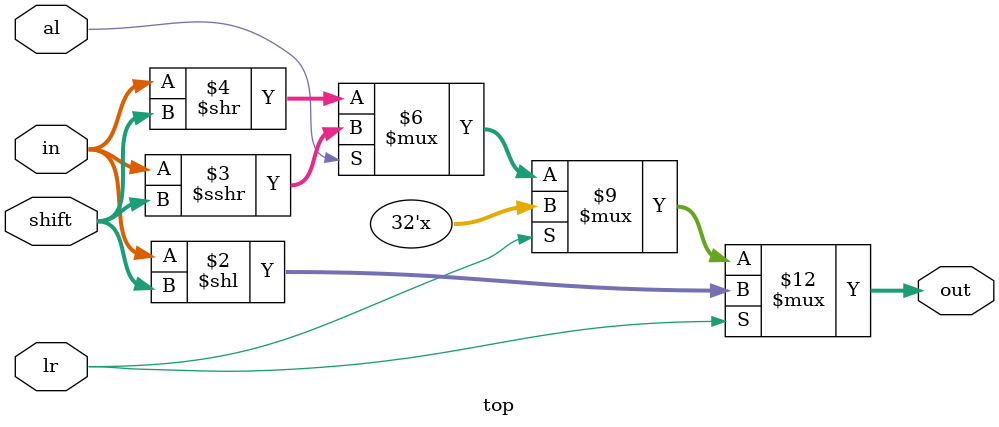
<source format=v>
module top(
	input [31:0] in,
	input [4:0] shift,
	input lr,
	input al,
	output reg [31:0] out
);
always@(*)begin
	if(lr)begin
		out=in<<shift;
	end else begin
		if(al)begin
			out = $signed(in)>>>shift;
		end else begin
			out = in >>shift;
		end
	end
end
endmodule

</source>
